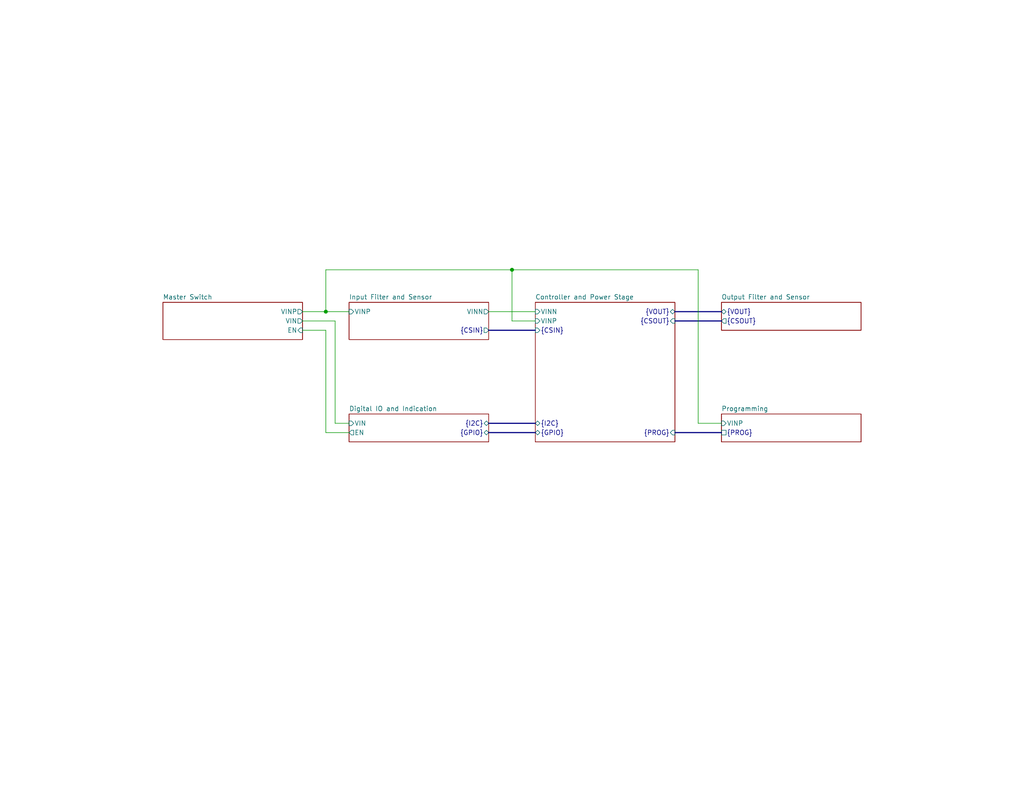
<source format=kicad_sch>
(kicad_sch
	(version 20250114)
	(generator "eeschema")
	(generator_version "9.0")
	(uuid "512c4d3f-92f6-4670-bf9b-2123d46bbde3")
	(paper "USLetter")
	(title_block
		(title "I²C-PPS")
		(date "2026-02-18")
		(rev "1")
	)
	(lib_symbols)
	(junction
		(at 139.7 73.66)
		(diameter 0)
		(color 0 0 0 0)
		(uuid "3da80128-3461-4fdd-af03-0c3984d71656")
	)
	(junction
		(at 88.9 85.09)
		(diameter 0)
		(color 0 0 0 0)
		(uuid "43ec6eba-ceb3-4410-b1cf-1109d352d3c1")
	)
	(bus
		(pts
			(xy 133.35 115.57) (xy 146.05 115.57)
		)
		(stroke
			(width 0)
			(type default)
		)
		(uuid "034e03ce-d0ad-4d6c-ab0c-5163890c42f5")
	)
	(wire
		(pts
			(xy 88.9 85.09) (xy 88.9 73.66)
		)
		(stroke
			(width 0)
			(type default)
		)
		(uuid "1ecd599c-d01d-478b-9750-0dfe6ca98d33")
	)
	(wire
		(pts
			(xy 82.55 90.17) (xy 88.9 90.17)
		)
		(stroke
			(width 0)
			(type default)
		)
		(uuid "208dc9a3-4e2a-484e-a30c-89a245f4a6c6")
	)
	(wire
		(pts
			(xy 190.5 115.57) (xy 196.85 115.57)
		)
		(stroke
			(width 0)
			(type default)
		)
		(uuid "2e901d6f-f560-4a70-9bb6-65e733a812c4")
	)
	(wire
		(pts
			(xy 95.25 85.09) (xy 88.9 85.09)
		)
		(stroke
			(width 0)
			(type default)
		)
		(uuid "460a95a0-2e1f-4c8f-bb27-264a73566bad")
	)
	(wire
		(pts
			(xy 91.44 87.63) (xy 91.44 115.57)
		)
		(stroke
			(width 0)
			(type default)
		)
		(uuid "5491495c-c6c4-44ce-ac0d-b8e94478879d")
	)
	(bus
		(pts
			(xy 133.35 118.11) (xy 146.05 118.11)
		)
		(stroke
			(width 0)
			(type default)
		)
		(uuid "6d8f083d-7691-4071-aad1-51ea1d740ef0")
	)
	(wire
		(pts
			(xy 133.35 85.09) (xy 146.05 85.09)
		)
		(stroke
			(width 0)
			(type default)
		)
		(uuid "70738d2d-8396-4414-95ab-5da66d29c681")
	)
	(wire
		(pts
			(xy 88.9 73.66) (xy 139.7 73.66)
		)
		(stroke
			(width 0)
			(type default)
		)
		(uuid "7c18a046-0a6b-4ba1-af92-f2681b236d03")
	)
	(wire
		(pts
			(xy 82.55 85.09) (xy 88.9 85.09)
		)
		(stroke
			(width 0)
			(type default)
		)
		(uuid "9efdcf1d-0ebd-4208-b315-c7a66a78751d")
	)
	(bus
		(pts
			(xy 184.15 118.11) (xy 196.85 118.11)
		)
		(stroke
			(width 0)
			(type default)
		)
		(uuid "a2ac791c-e2fa-42df-a6cc-57a1076de99a")
	)
	(wire
		(pts
			(xy 88.9 90.17) (xy 88.9 118.11)
		)
		(stroke
			(width 0)
			(type default)
		)
		(uuid "a90a903d-9b53-46c8-8295-e0d0528a4237")
	)
	(bus
		(pts
			(xy 184.15 85.09) (xy 196.85 85.09)
		)
		(stroke
			(width 0)
			(type default)
		)
		(uuid "a965c69d-42b1-48c8-9455-b7a9a0da41ed")
	)
	(wire
		(pts
			(xy 190.5 73.66) (xy 190.5 115.57)
		)
		(stroke
			(width 0)
			(type default)
		)
		(uuid "adcce375-3cee-4c65-b4e5-c3d69fc65149")
	)
	(bus
		(pts
			(xy 133.35 90.17) (xy 146.05 90.17)
		)
		(stroke
			(width 0)
			(type default)
		)
		(uuid "ae55bf36-7350-4b7b-bf11-3f06e4ce4da1")
	)
	(wire
		(pts
			(xy 139.7 73.66) (xy 139.7 87.63)
		)
		(stroke
			(width 0)
			(type default)
		)
		(uuid "b6578561-2b40-4dd2-86b9-b586df0c728e")
	)
	(wire
		(pts
			(xy 146.05 87.63) (xy 139.7 87.63)
		)
		(stroke
			(width 0)
			(type default)
		)
		(uuid "b701d1ae-63fd-492d-85a2-ce8cea062ba8")
	)
	(bus
		(pts
			(xy 184.15 87.63) (xy 196.85 87.63)
		)
		(stroke
			(width 0)
			(type default)
		)
		(uuid "c60b37f6-6938-445a-9d7b-0ad1b31f386f")
	)
	(wire
		(pts
			(xy 88.9 118.11) (xy 95.25 118.11)
		)
		(stroke
			(width 0)
			(type default)
		)
		(uuid "d27f6a0c-a276-4ee1-ba6f-979f5f8482b3")
	)
	(wire
		(pts
			(xy 82.55 87.63) (xy 91.44 87.63)
		)
		(stroke
			(width 0)
			(type default)
		)
		(uuid "e76a0605-39bc-40d1-a1a9-d771078d07a9")
	)
	(wire
		(pts
			(xy 139.7 73.66) (xy 190.5 73.66)
		)
		(stroke
			(width 0)
			(type default)
		)
		(uuid "f1916452-6dcc-48f4-9bd1-96d3176a5243")
	)
	(wire
		(pts
			(xy 91.44 115.57) (xy 95.25 115.57)
		)
		(stroke
			(width 0)
			(type default)
		)
		(uuid "f8a96f51-a0b2-4797-ad64-d4bafba33b1e")
	)
	(sheet
		(at 44.45 82.55)
		(size 38.1 10.16)
		(exclude_from_sim no)
		(in_bom yes)
		(on_board yes)
		(dnp no)
		(fields_autoplaced yes)
		(stroke
			(width 0.1524)
			(type solid)
		)
		(fill
			(color 0 0 0 0.0000)
		)
		(uuid "242a0190-1834-4b2f-bfa7-cf55bc2f9217")
		(property "Sheetname" "Master Switch"
			(at 44.45 81.8384 0)
			(effects
				(font
					(size 1.27 1.27)
				)
				(justify left bottom)
			)
		)
		(property "Sheetfile" "i2c-pps-hw-msw_sch.kicad_sch"
			(at 44.45 93.2946 0)
			(effects
				(font
					(size 1.27 1.27)
				)
				(justify left top)
				(hide yes)
			)
		)
		(pin "VINP" output
			(at 82.55 85.09 0)
			(uuid "a5914ff1-2f4e-4e1f-9d20-cee4a673587f")
			(effects
				(font
					(size 1.27 1.27)
				)
				(justify right)
			)
		)
		(pin "EN" input
			(at 82.55 90.17 0)
			(uuid "d9bddb5b-5982-486b-a007-5fe82cd9c978")
			(effects
				(font
					(size 1.27 1.27)
				)
				(justify right)
			)
		)
		(pin "VIN" output
			(at 82.55 87.63 0)
			(uuid "94ef74d5-bcdf-4d1a-b3d6-7829cfd2187e")
			(effects
				(font
					(size 1.27 1.27)
				)
				(justify right)
			)
		)
		(instances
			(project "i2c-pps-hw"
				(path "/512c4d3f-92f6-4670-bf9b-2123d46bbde3"
					(page "5")
				)
			)
		)
	)
	(sheet
		(at 95.25 113.03)
		(size 38.1 7.62)
		(exclude_from_sim no)
		(in_bom yes)
		(on_board yes)
		(dnp no)
		(fields_autoplaced yes)
		(stroke
			(width 0.1524)
			(type solid)
		)
		(fill
			(color 0 0 0 0.0000)
		)
		(uuid "68884af0-7c5e-4b2e-8d20-43675b0f7127")
		(property "Sheetname" "Digital IO and Indication"
			(at 95.25 112.3184 0)
			(effects
				(font
					(size 1.27 1.27)
				)
				(justify left bottom)
			)
		)
		(property "Sheetfile" "i2c-pps-hw-dio.kicad_sch"
			(at 95.25 121.2346 0)
			(effects
				(font
					(size 1.27 1.27)
				)
				(justify left top)
				(hide yes)
			)
		)
		(pin "{I2C}" bidirectional
			(at 133.35 115.57 0)
			(uuid "c228b9a3-e63c-454d-90fd-981b58cb734e")
			(effects
				(font
					(size 1.27 1.27)
				)
				(justify right)
			)
		)
		(pin "{GPIO}" bidirectional
			(at 133.35 118.11 0)
			(uuid "0ccb3ca6-cdb1-4374-92c7-c87fb5df812d")
			(effects
				(font
					(size 1.27 1.27)
				)
				(justify right)
			)
		)
		(pin "EN" output
			(at 95.25 118.11 180)
			(uuid "36e53d28-b976-492c-897f-5a963a685f0d")
			(effects
				(font
					(size 1.27 1.27)
				)
				(justify left)
			)
		)
		(pin "VIN" input
			(at 95.25 115.57 180)
			(uuid "647b9183-aa7b-45be-aa7b-2407f1c9045e")
			(effects
				(font
					(size 1.27 1.27)
				)
				(justify left)
			)
		)
		(instances
			(project "i2c-pps-hw"
				(path "/512c4d3f-92f6-4670-bf9b-2123d46bbde3"
					(page "6")
				)
			)
		)
	)
	(sheet
		(at 146.05 82.55)
		(size 38.1 38.1)
		(exclude_from_sim no)
		(in_bom yes)
		(on_board yes)
		(dnp no)
		(fields_autoplaced yes)
		(stroke
			(width 0.1524)
			(type solid)
		)
		(fill
			(color 0 0 0 0.0000)
		)
		(uuid "7e783548-a00d-43c3-b9e7-95f97450619e")
		(property "Sheetname" "Controller and Power Stage"
			(at 146.05 81.8384 0)
			(effects
				(font
					(size 1.27 1.27)
				)
				(justify left bottom)
			)
		)
		(property "Sheetfile" "i2c-pps-hw-cps.kicad_sch"
			(at 146.05 121.2346 0)
			(effects
				(font
					(size 1.27 1.27)
				)
				(justify left top)
				(hide yes)
			)
		)
		(pin "{VOUT}" bidirectional
			(at 184.15 85.09 0)
			(uuid "c49e05d6-c55f-464c-965c-89bd978f9945")
			(effects
				(font
					(size 1.27 1.27)
				)
				(justify right)
			)
		)
		(pin "{CSOUT}" input
			(at 184.15 87.63 0)
			(uuid "07ffc988-b491-454b-9b49-2ce0b8c87e23")
			(effects
				(font
					(size 1.27 1.27)
				)
				(justify right)
			)
		)
		(pin "VINN" input
			(at 146.05 85.09 180)
			(uuid "263fa36f-874f-4bda-9c09-5f115296fa1b")
			(effects
				(font
					(size 1.27 1.27)
				)
				(justify left)
			)
		)
		(pin "{CSIN}" input
			(at 146.05 90.17 180)
			(uuid "46a20243-bcda-4c2b-903a-4670ad7bf35e")
			(effects
				(font
					(size 1.27 1.27)
				)
				(justify left)
			)
		)
		(pin "VINP" input
			(at 146.05 87.63 180)
			(uuid "6247b18b-e20d-4552-8ce3-4370054117c6")
			(effects
				(font
					(size 1.27 1.27)
				)
				(justify left)
			)
		)
		(pin "{I2C}" bidirectional
			(at 146.05 115.57 180)
			(uuid "1bbc2cbf-6f36-4766-8303-7aec5fee7f5c")
			(effects
				(font
					(size 1.27 1.27)
				)
				(justify left)
			)
		)
		(pin "{GPIO}" bidirectional
			(at 146.05 118.11 180)
			(uuid "cecf1b57-68fd-46e9-b0d7-640a21b60973")
			(effects
				(font
					(size 1.27 1.27)
				)
				(justify left)
			)
		)
		(pin "{PROG}" input
			(at 184.15 118.11 0)
			(uuid "463197c7-5684-4385-a752-17152bccd2d0")
			(effects
				(font
					(size 1.27 1.27)
				)
				(justify right)
			)
		)
		(instances
			(project "i2c-pps-hw"
				(path "/512c4d3f-92f6-4670-bf9b-2123d46bbde3"
					(page "2")
				)
			)
		)
	)
	(sheet
		(at 196.85 113.03)
		(size 38.1 7.62)
		(exclude_from_sim no)
		(in_bom yes)
		(on_board yes)
		(dnp no)
		(fields_autoplaced yes)
		(stroke
			(width 0.1524)
			(type solid)
		)
		(fill
			(color 0 0 0 0.0000)
		)
		(uuid "a1a482a8-2ecc-49e9-b6af-7f79d400d88a")
		(property "Sheetname" "Programming"
			(at 196.85 112.3184 0)
			(effects
				(font
					(size 1.27 1.27)
				)
				(justify left bottom)
			)
		)
		(property "Sheetfile" "i2c-pps-hw-prog.kicad_sch"
			(at 196.85 121.2346 0)
			(effects
				(font
					(size 1.27 1.27)
				)
				(justify left top)
				(hide yes)
			)
		)
		(pin "{PROG}" passive
			(at 196.85 118.11 180)
			(uuid "0f70250f-c9b4-49ea-9cf6-3a67ebf78a96")
			(effects
				(font
					(size 1.27 1.27)
				)
				(justify left)
			)
		)
		(pin "VINP" input
			(at 196.85 115.57 180)
			(uuid "c1637626-7fff-4634-9e15-ecf67c9183e2")
			(effects
				(font
					(size 1.27 1.27)
				)
				(justify left)
			)
		)
		(instances
			(project "i2c-pps-hw"
				(path "/512c4d3f-92f6-4670-bf9b-2123d46bbde3"
					(page "7")
				)
			)
		)
	)
	(sheet
		(at 95.25 82.55)
		(size 38.1 10.16)
		(exclude_from_sim no)
		(in_bom yes)
		(on_board yes)
		(dnp no)
		(fields_autoplaced yes)
		(stroke
			(width 0.1524)
			(type solid)
		)
		(fill
			(color 0 0 0 0.0000)
		)
		(uuid "bfa8dadb-54f9-4e18-b93b-6165b820488c")
		(property "Sheetname" "Input Filter and Sensor"
			(at 95.25 81.8384 0)
			(effects
				(font
					(size 1.27 1.27)
				)
				(justify left bottom)
			)
		)
		(property "Sheetfile" "i2c-pps-hw-input.kicad_sch"
			(at 95.25 93.2946 0)
			(effects
				(font
					(size 1.27 1.27)
				)
				(justify left top)
				(hide yes)
			)
		)
		(pin "VINP" input
			(at 95.25 85.09 180)
			(uuid "c3315b51-6b9d-4fbf-83a9-7d4ae8e01cb4")
			(effects
				(font
					(size 1.27 1.27)
				)
				(justify left)
			)
		)
		(pin "{CSIN}" output
			(at 133.35 90.17 0)
			(uuid "0a259b94-5d0d-4052-a22c-269d8a893640")
			(effects
				(font
					(size 1.27 1.27)
				)
				(justify right)
			)
		)
		(pin "VINN" output
			(at 133.35 85.09 0)
			(uuid "7838ebc9-8c8a-430f-8bcf-3e31a231ba37")
			(effects
				(font
					(size 1.27 1.27)
				)
				(justify right)
			)
		)
		(instances
			(project "i2c-pps-hw"
				(path "/512c4d3f-92f6-4670-bf9b-2123d46bbde3"
					(page "3")
				)
			)
		)
	)
	(sheet
		(at 196.85 82.55)
		(size 38.1 7.62)
		(exclude_from_sim no)
		(in_bom yes)
		(on_board yes)
		(dnp no)
		(fields_autoplaced yes)
		(stroke
			(width 0.1524)
			(type solid)
		)
		(fill
			(color 0 0 0 0.0000)
		)
		(uuid "d8609c88-3d02-487c-adbe-c2328d91dfec")
		(property "Sheetname" "Output Filter and Sensor"
			(at 196.85 81.8384 0)
			(effects
				(font
					(size 1.27 1.27)
				)
				(justify left bottom)
			)
		)
		(property "Sheetfile" "i2c-pps-hw-output.kicad_sch"
			(at 196.85 90.7546 0)
			(effects
				(font
					(size 1.27 1.27)
				)
				(justify left top)
				(hide yes)
			)
		)
		(pin "{CSOUT}" output
			(at 196.85 87.63 180)
			(uuid "dc1c0004-cc91-4be4-a110-736cab436f58")
			(effects
				(font
					(size 1.27 1.27)
				)
				(justify left)
			)
		)
		(pin "{VOUT}" bidirectional
			(at 196.85 85.09 180)
			(uuid "2cf87a09-e1c2-41b4-8938-749e71777509")
			(effects
				(font
					(size 1.27 1.27)
				)
				(justify left)
			)
		)
		(instances
			(project "i2c-pps-hw"
				(path "/512c4d3f-92f6-4670-bf9b-2123d46bbde3"
					(page "4")
				)
			)
		)
	)
	(sheet_instances
		(path "/"
			(page "1")
		)
	)
	(embedded_fonts no)
	(embedded_files
		(file
			(name "Simple Sheet.kicad_wks")
			(type worksheet)
			(data |KLUv/WATB8UQAPbYTiAQtRtqMSSdbV9NZNpN0B9pcXyfWiIhknMYYEUEQDBwOEcAPwBFAHd+mM+4
				V6iairz5joK8Uq9QUc0+ouGH/AkAQEAAet7DSCkmzEQ7x3jgxNf+vF5dU1B0t0FGydXS8PqHAAgI
				wg4I002OdggBPx30e71ey73HkePU4ay3sXtPn33z3FWPvZMn/urfZznJkrvqVXPs5r/zw2li/2Z9
				zu9n/+0G2t9o6I3NlWoCsbupAycUpUuzGpjLkmUYacAM/9m494quf3WORRn6oYdTSW5LJCuO27bF
				NhAAX22muZIcWnDqiT/kv30VDZXkWIlCl6s0AUEBIeXi8NAsinZdj+zdNwaqO2JJLgjmoA6OevMp
				J6jEBdEwzXuqLRYT//yuzfB1cFIWsSsXxaKMaNZ5duODlEywDLtclY9XOF6g8UClIBoSKUiSFDpw
				RMQGqw4QBsKHeJ55AQhE3gjPYXAvikUgvEa5VoYB0zP8l8HLhfajucwOF54EeWmE4woLl5L+IARH
				4JkXFtoEotfEQH5g/9U/BzGsRInszOyBel7DOA018UNDSZudPOyVS/RqAR211QwBQrSHlBeFCr13
				AB/0/pj3wRoBmSIs0brj33tp2rSOT5s48DnUk9IDn5pwIQ8Mcq1D4pSHl63ogfrV4XCAI3IZ6TIn
				JTfpLcvLZSLBTvyOvUavpjppF279E46HqJ+MNCAdg1cF|
			)
			(checksum "86415F3213CB9B4651533CCE06D6A73F")
		)
	)
)

</source>
